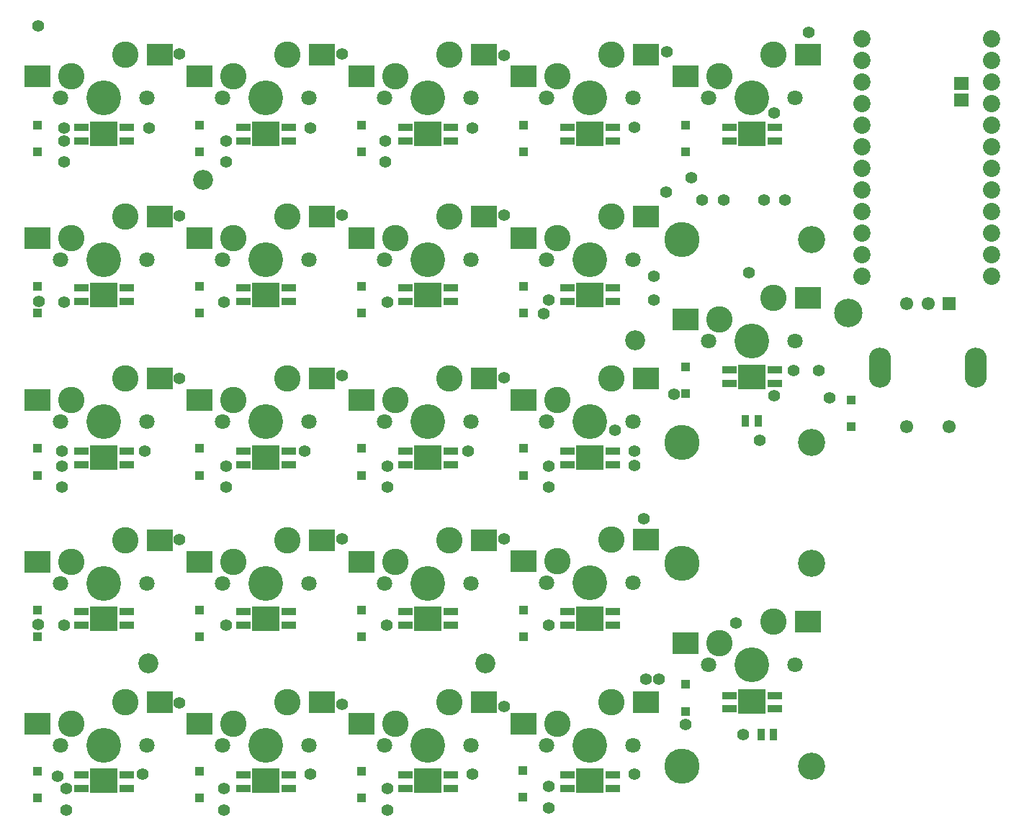
<source format=gbs>
G04*
G04 #@! TF.GenerationSoftware,Altium Limited,Altium Designer,22.1.2 (22)*
G04*
G04 Layer_Color=16711935*
%FSLAX25Y25*%
%MOIN*%
G70*
G04*
G04 #@! TF.SameCoordinates,D61C2380-B101-4CEB-8AB1-AF92B03338ED*
G04*
G04*
G04 #@! TF.FilePolarity,Negative*
G04*
G01*
G75*
%ADD14R,0.03740X0.05315*%
%ADD15C,0.09252*%
%ADD16C,0.16102*%
%ADD17C,0.07102*%
%ADD18C,0.12213*%
%ADD19R,0.13000X0.11425*%
%ADD20C,0.07991*%
G04:AMPARAMS|DCode=21|XSize=102.36mil|YSize=185.04mil|CornerRadius=51.18mil|HoleSize=0mil|Usage=FLASHONLY|Rotation=180.000|XOffset=0mil|YOffset=0mil|HoleType=Round|Shape=RoundedRectangle|*
%AMROUNDEDRECTD21*
21,1,0.10236,0.08268,0,0,180.0*
21,1,0.00000,0.18504,0,0,180.0*
1,1,0.10236,0.00000,0.04134*
1,1,0.10236,0.00000,0.04134*
1,1,0.10236,0.00000,-0.04134*
1,1,0.10236,0.00000,-0.04134*
%
%ADD21ROUNDEDRECTD21*%
%ADD22C,0.06102*%
%ADD23R,0.06102X0.06102*%
%ADD24C,0.16291*%
%ADD25C,0.12591*%
%ADD26C,0.13189*%
%ADD27C,0.05591*%
%ADD44R,0.12213X0.10244*%
%ADD45R,0.04331X0.04134*%
%ADD46R,0.06701X0.03630*%
%ADD47R,0.06693X0.06102*%
D14*
X1852953Y515354D02*
D03*
X1858858D02*
D03*
X1851831Y660687D02*
D03*
X1845925D02*
D03*
D15*
X1794717Y697835D02*
D03*
X1569322Y548433D02*
D03*
X1594882Y772433D02*
D03*
X1725544Y548433D02*
D03*
D16*
X1848878Y697705D02*
D03*
X1848850Y810402D02*
D03*
X1773878Y510433D02*
D03*
X1698878Y510433D02*
D03*
X1623878D02*
D03*
X1548878D02*
D03*
X1848878Y547705D02*
D03*
X1773878Y585492D02*
D03*
X1698878Y585433D02*
D03*
X1623878D02*
D03*
X1548878D02*
D03*
X1773878Y660335D02*
D03*
X1698878D02*
D03*
X1623878D02*
D03*
X1548878D02*
D03*
X1773878Y735433D02*
D03*
X1698878D02*
D03*
X1623878D02*
D03*
X1548878D02*
D03*
X1773878Y810402D02*
D03*
X1698878D02*
D03*
X1623878D02*
D03*
X1548878D02*
D03*
D17*
X1828878Y697705D02*
D03*
X1868878D02*
D03*
X1868850Y810402D02*
D03*
X1828850D02*
D03*
X1793878Y510433D02*
D03*
X1753878D02*
D03*
X1718878Y510433D02*
D03*
X1678878D02*
D03*
X1643878D02*
D03*
X1603878D02*
D03*
X1568878D02*
D03*
X1528878D02*
D03*
X1868878Y547705D02*
D03*
X1828878D02*
D03*
X1793878Y585492D02*
D03*
X1753878D02*
D03*
X1718878Y585433D02*
D03*
X1678878D02*
D03*
X1643878D02*
D03*
X1603878D02*
D03*
X1568878D02*
D03*
X1528878D02*
D03*
X1793878Y660335D02*
D03*
X1753878D02*
D03*
X1718878D02*
D03*
X1678878D02*
D03*
X1643878D02*
D03*
X1603878D02*
D03*
X1568878D02*
D03*
X1528878D02*
D03*
X1793878Y735433D02*
D03*
X1753878D02*
D03*
X1718878D02*
D03*
X1678878D02*
D03*
X1643878D02*
D03*
X1603878D02*
D03*
X1568878D02*
D03*
X1528878D02*
D03*
X1793878Y810402D02*
D03*
X1753878D02*
D03*
X1718878D02*
D03*
X1678878D02*
D03*
X1643878D02*
D03*
X1603878D02*
D03*
X1568878D02*
D03*
X1528878D02*
D03*
D18*
X1858878Y717705D02*
D03*
X1833878Y707705D02*
D03*
X1833850Y820402D02*
D03*
X1858850Y830402D02*
D03*
X1758878Y520433D02*
D03*
X1783878Y530433D02*
D03*
X1683878Y520433D02*
D03*
X1708878Y530433D02*
D03*
X1608878Y520433D02*
D03*
X1633878Y530433D02*
D03*
X1533878Y520433D02*
D03*
X1558878Y530433D02*
D03*
X1833878Y557705D02*
D03*
X1858878Y567705D02*
D03*
X1758878Y595492D02*
D03*
X1783878Y605492D02*
D03*
X1683878Y595433D02*
D03*
X1708878Y605433D02*
D03*
X1608878Y595433D02*
D03*
X1633878Y605433D02*
D03*
X1533878Y595433D02*
D03*
X1558878Y605433D02*
D03*
X1758878Y670335D02*
D03*
X1783878Y680335D02*
D03*
X1683878Y670335D02*
D03*
X1708878Y680335D02*
D03*
X1608878Y670335D02*
D03*
X1633878Y680335D02*
D03*
X1533878Y670335D02*
D03*
X1558878Y680335D02*
D03*
X1758878Y745433D02*
D03*
X1783878Y755433D02*
D03*
X1683878Y745433D02*
D03*
X1708878Y755433D02*
D03*
X1608878Y745433D02*
D03*
X1633878Y755433D02*
D03*
X1533878Y745433D02*
D03*
X1558878Y755433D02*
D03*
X1758878Y820402D02*
D03*
X1783878Y830402D02*
D03*
X1683878Y820402D02*
D03*
X1708878Y830402D02*
D03*
X1608878Y820402D02*
D03*
X1633878Y830402D02*
D03*
X1533878Y820402D02*
D03*
X1558878Y830402D02*
D03*
D19*
X1848878Y530503D02*
D03*
X1773878Y493799D02*
D03*
X1698878D02*
D03*
X1623878D02*
D03*
X1548878D02*
D03*
Y568857D02*
D03*
X1623878D02*
D03*
X1698878D02*
D03*
X1773878D02*
D03*
X1848878Y681060D02*
D03*
X1773878Y643692D02*
D03*
X1698878D02*
D03*
X1623878D02*
D03*
X1548878D02*
D03*
Y718793D02*
D03*
X1623878D02*
D03*
X1698878D02*
D03*
X1773878D02*
D03*
X1848878Y793762D02*
D03*
X1773878D02*
D03*
X1698878D02*
D03*
X1623878D02*
D03*
X1548878D02*
D03*
D20*
X1899606Y727638D02*
D03*
Y737638D02*
D03*
Y747638D02*
D03*
Y757638D02*
D03*
Y767638D02*
D03*
Y777638D02*
D03*
Y787638D02*
D03*
Y797638D02*
D03*
Y807638D02*
D03*
Y817638D02*
D03*
Y827638D02*
D03*
Y837638D02*
D03*
X1959606Y727638D02*
D03*
Y737638D02*
D03*
Y747638D02*
D03*
Y757638D02*
D03*
Y767638D02*
D03*
Y777638D02*
D03*
Y787638D02*
D03*
Y797638D02*
D03*
Y807638D02*
D03*
Y817638D02*
D03*
Y827638D02*
D03*
Y837638D02*
D03*
D21*
X1908268Y685433D02*
D03*
X1952362D02*
D03*
D22*
X1920472Y657874D02*
D03*
X1940158D02*
D03*
X1920472Y714961D02*
D03*
X1930315D02*
D03*
D23*
X1940158D02*
D03*
D24*
X1816378Y650705D02*
D03*
Y500705D02*
D03*
Y594705D02*
D03*
Y744705D02*
D03*
D25*
X1876378Y594705D02*
D03*
Y650705D02*
D03*
Y500705D02*
D03*
Y744705D02*
D03*
D26*
X1893307Y710630D02*
D03*
D27*
X1809055Y766732D02*
D03*
X1841535Y566929D02*
D03*
X1812697Y672835D02*
D03*
X1835630Y762795D02*
D03*
X1825787D02*
D03*
X1864173D02*
D03*
X1854331D02*
D03*
X1679134Y780512D02*
D03*
Y790354D02*
D03*
X1605315Y780512D02*
D03*
Y790354D02*
D03*
X1530512Y780512D02*
D03*
Y790354D02*
D03*
X1754921Y481299D02*
D03*
Y491142D02*
D03*
X1680118Y480315D02*
D03*
Y490158D02*
D03*
X1604331Y480315D02*
D03*
Y490158D02*
D03*
X1531496Y480315D02*
D03*
Y490158D02*
D03*
X1754921Y639764D02*
D03*
Y629921D02*
D03*
X1680118Y639764D02*
D03*
Y629921D02*
D03*
X1605315D02*
D03*
Y639764D02*
D03*
X1529528Y629921D02*
D03*
Y639764D02*
D03*
X1879921Y684055D02*
D03*
X1868110D02*
D03*
X1794465Y496945D02*
D03*
X1719380Y497057D02*
D03*
X1644488Y496844D02*
D03*
X1566929Y497047D02*
D03*
X1527559Y496063D02*
D03*
X1605315Y565945D02*
D03*
X1679921D02*
D03*
X1754921D02*
D03*
X1859252Y672244D02*
D03*
X1794465Y646745D02*
D03*
Y640041D02*
D03*
X1717520Y646654D02*
D03*
X1567913D02*
D03*
X1529528D02*
D03*
X1530512Y715551D02*
D03*
X1604331D02*
D03*
X1754921Y716535D02*
D03*
X1752378Y710433D02*
D03*
X1859252Y803150D02*
D03*
X1794465Y796709D02*
D03*
X1719380Y796404D02*
D03*
X1644488Y796353D02*
D03*
X1569882Y796260D02*
D03*
X1530512D02*
D03*
X1847441Y729331D02*
D03*
X1884842Y671260D02*
D03*
X1852362Y651575D02*
D03*
X1875197Y840551D02*
D03*
X1518504Y843701D02*
D03*
X1820866Y773228D02*
D03*
X1805906Y540945D02*
D03*
X1798819Y615354D02*
D03*
X1785433Y656299D02*
D03*
X1803543Y727559D02*
D03*
Y716535D02*
D03*
X1809449Y831496D02*
D03*
X1734252Y528346D02*
D03*
Y605905D02*
D03*
Y680709D02*
D03*
Y755905D02*
D03*
Y829921D02*
D03*
X1659055Y529134D02*
D03*
Y605905D02*
D03*
Y681496D02*
D03*
Y755905D02*
D03*
Y830709D02*
D03*
X1518504Y566142D02*
D03*
X1583858Y830709D02*
D03*
Y755512D02*
D03*
Y680315D02*
D03*
Y605512D02*
D03*
Y529921D02*
D03*
X1530512Y565945D02*
D03*
X1680118Y715551D02*
D03*
X1641732Y646654D02*
D03*
X1844882Y515354D02*
D03*
X1818110Y520079D02*
D03*
X1799606Y540945D02*
D03*
X1518878Y715840D02*
D03*
D44*
X1874862Y717705D02*
D03*
X1818169Y707705D02*
D03*
X1818142Y820402D02*
D03*
X1874835Y830402D02*
D03*
X1743169Y520433D02*
D03*
X1799862Y530433D02*
D03*
X1668169Y520433D02*
D03*
X1724862Y530433D02*
D03*
X1593169Y520433D02*
D03*
X1649862Y530433D02*
D03*
X1518169Y520433D02*
D03*
X1574862Y530433D02*
D03*
X1818169Y557705D02*
D03*
X1874862Y567705D02*
D03*
X1743169Y595492D02*
D03*
X1799862Y605492D02*
D03*
X1668169Y595433D02*
D03*
X1724862Y605433D02*
D03*
X1593169Y595433D02*
D03*
X1649862Y605433D02*
D03*
X1518169Y595433D02*
D03*
X1574862Y605433D02*
D03*
X1743169Y670335D02*
D03*
X1799862Y680335D02*
D03*
X1668169Y670335D02*
D03*
X1724862Y680335D02*
D03*
X1593169Y670335D02*
D03*
X1649862Y680335D02*
D03*
X1518169Y670335D02*
D03*
X1574862Y680335D02*
D03*
X1743169Y745433D02*
D03*
X1799862Y755433D02*
D03*
X1668169Y745433D02*
D03*
X1724862Y755433D02*
D03*
X1593169Y745433D02*
D03*
X1649862Y755433D02*
D03*
X1518169Y745433D02*
D03*
X1574862Y755433D02*
D03*
X1743169Y820402D02*
D03*
X1799862Y830402D02*
D03*
X1668169Y820402D02*
D03*
X1724862Y830402D02*
D03*
X1593169Y820402D02*
D03*
X1649862Y830402D02*
D03*
X1518169Y820402D02*
D03*
X1574862Y830402D02*
D03*
D45*
X1818110Y685728D02*
D03*
X1818110Y673327D02*
D03*
X1818228Y785335D02*
D03*
X1818228Y797736D02*
D03*
X1894882Y657972D02*
D03*
X1742913Y498721D02*
D03*
X1742913Y486319D02*
D03*
X1668228Y498327D02*
D03*
X1668228Y485925D02*
D03*
X1593228Y498327D02*
D03*
X1593228Y485925D02*
D03*
X1518228Y498327D02*
D03*
X1518228Y485925D02*
D03*
X1818110Y538484D02*
D03*
X1818110Y526083D02*
D03*
X1743228Y573032D02*
D03*
X1743228Y560630D02*
D03*
X1668228Y573032D02*
D03*
X1668228Y560630D02*
D03*
X1593228Y573032D02*
D03*
X1593228Y560630D02*
D03*
X1518228Y573032D02*
D03*
X1518228Y560630D02*
D03*
X1894882Y670374D02*
D03*
X1743228Y647835D02*
D03*
X1743228Y635433D02*
D03*
X1668228Y647835D02*
D03*
X1668228Y635433D02*
D03*
X1593228Y647835D02*
D03*
X1593228Y635433D02*
D03*
X1518228Y647835D02*
D03*
X1518228Y635433D02*
D03*
X1743228Y722933D02*
D03*
X1743228Y710532D02*
D03*
X1668228Y722933D02*
D03*
X1668228Y710532D02*
D03*
X1593228Y722933D02*
D03*
X1593228Y710532D02*
D03*
X1518228Y722933D02*
D03*
X1518228Y710532D02*
D03*
X1743228Y797736D02*
D03*
X1743228Y785335D02*
D03*
X1668228Y797736D02*
D03*
X1668228Y785335D02*
D03*
X1593228Y797736D02*
D03*
X1593228Y785335D02*
D03*
X1518228Y797736D02*
D03*
X1518228Y785335D02*
D03*
D46*
X1838445Y527156D02*
D03*
X1859311Y533456D02*
D03*
Y527156D02*
D03*
X1838445Y533456D02*
D03*
X1763445Y490453D02*
D03*
X1784311Y496752D02*
D03*
Y490453D02*
D03*
X1763445Y496752D02*
D03*
X1688445Y490453D02*
D03*
X1709311Y496752D02*
D03*
Y490453D02*
D03*
X1688445Y496752D02*
D03*
X1613445Y490453D02*
D03*
X1634311Y496752D02*
D03*
Y490453D02*
D03*
X1613445Y496752D02*
D03*
X1538445Y490453D02*
D03*
X1559311Y496752D02*
D03*
Y490453D02*
D03*
X1538445Y496752D02*
D03*
X1559311Y572204D02*
D03*
X1538445Y565905D02*
D03*
Y572204D02*
D03*
X1559311Y565905D02*
D03*
X1634311Y572204D02*
D03*
X1613445Y565905D02*
D03*
Y572204D02*
D03*
X1634311Y565905D02*
D03*
X1709311Y572204D02*
D03*
X1688445Y565905D02*
D03*
Y572204D02*
D03*
X1709311Y565905D02*
D03*
X1784311Y572204D02*
D03*
X1763445Y565905D02*
D03*
Y572204D02*
D03*
X1784311Y565905D02*
D03*
X1859311Y684406D02*
D03*
X1838445Y678107D02*
D03*
Y684406D02*
D03*
X1859311Y678107D02*
D03*
X1763445Y640346D02*
D03*
X1784311Y646645D02*
D03*
Y640346D02*
D03*
X1763445Y646645D02*
D03*
X1688445Y640346D02*
D03*
X1709311Y646645D02*
D03*
Y640346D02*
D03*
X1688445Y646645D02*
D03*
X1613445Y640346D02*
D03*
X1634311Y646645D02*
D03*
Y640346D02*
D03*
X1613445Y646645D02*
D03*
X1538445Y640346D02*
D03*
X1559311Y646645D02*
D03*
Y640346D02*
D03*
X1538445Y646645D02*
D03*
X1559311Y722140D02*
D03*
X1538445Y715840D02*
D03*
Y722140D02*
D03*
X1559311Y715840D02*
D03*
X1634311Y722140D02*
D03*
X1613445Y715840D02*
D03*
Y722140D02*
D03*
X1634311Y715840D02*
D03*
X1709311Y722140D02*
D03*
X1688445Y715840D02*
D03*
Y722140D02*
D03*
X1709311Y715840D02*
D03*
X1784311Y722140D02*
D03*
X1763445Y715840D02*
D03*
Y722140D02*
D03*
X1784311Y715840D02*
D03*
X1838445Y790416D02*
D03*
X1859311Y796715D02*
D03*
Y790416D02*
D03*
X1838445Y796715D02*
D03*
X1763445Y790416D02*
D03*
X1784311Y796715D02*
D03*
Y790416D02*
D03*
X1763445Y796715D02*
D03*
X1688445Y790416D02*
D03*
X1709311Y796715D02*
D03*
Y790416D02*
D03*
X1688445Y796715D02*
D03*
X1613445Y790416D02*
D03*
X1634311Y796715D02*
D03*
Y790416D02*
D03*
X1613445Y796715D02*
D03*
X1538445Y790416D02*
D03*
X1559311Y796715D02*
D03*
Y790416D02*
D03*
X1538445Y796715D02*
D03*
D47*
X1945669Y809449D02*
D03*
Y816929D02*
D03*
M02*

</source>
